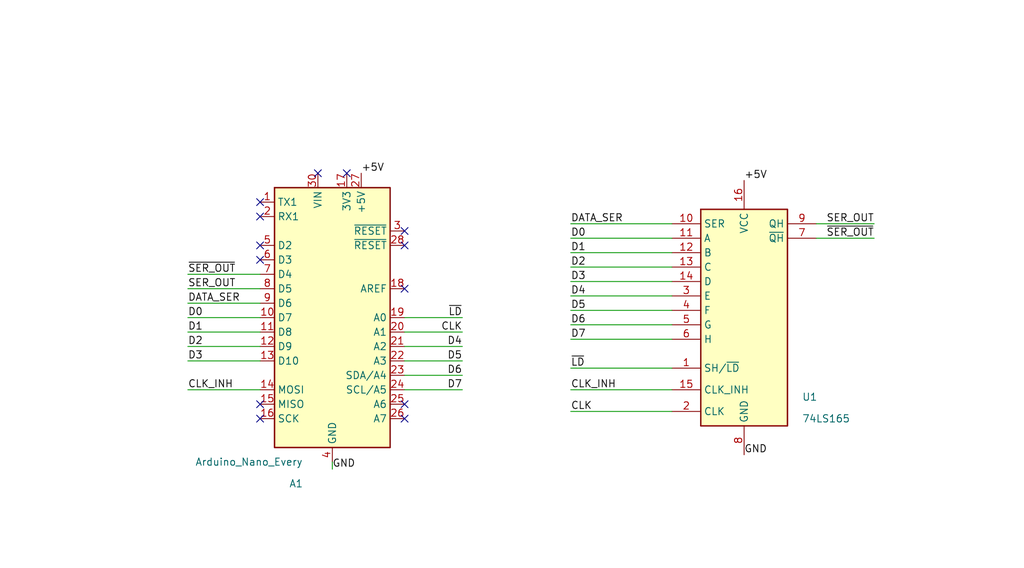
<source format=kicad_sch>
(kicad_sch (version 20230121) (generator eeschema)
  (paper "User" 180.01 99.9998)
  (title_block (title "SPI transmit"))
  (lib_symbols
    (symbol "74LS165:74LS165"
      (property "Reference" "U" (at -7.62 19.05 0))
      (property "Value" "74LS165" (at -7.62 -21.59 0))
      (symbol "74LS165_1_0"
        (pin input line (at -12.7 -10.16 0) (length 5.08) (name "SH/~{LD}") (number "1"))
        (pin input line (at -12.7 15.24 0) (length 5.08) (name "SER") (number "10"))
        (pin input line (at -12.7 12.7 0) (length 5.08) (name "A") (number "11"))
        (pin input line (at -12.7 10.16 0) (length 5.08) (name "B") (number "12"))
        (pin input line (at -12.7 7.62 0) (length 5.08) (name "C") (number "13"))
        (pin input line (at -12.7 5.08 0) (length 5.08) (name "D") (number "14"))
        (pin input line (at -12.7 -13.97 0) (length 5.08) (name "CLK_INH") (number "15"))
        (pin power_in line (at 0 22.86 270) (length 5.08) (name "VCC") (number "16"))
        (pin input line (at -12.7 -17.78 0) (length 5.08) (name "CLK") (number "2"))
        (pin input line (at -12.7 2.54 0) (length 5.08) (name "E") (number "3"))
        (pin input line (at -12.7 0 0) (length 5.08) (name "F") (number "4"))
        (pin input line (at -12.7 -2.54 0) (length 5.08) (name "G") (number "5"))
        (pin input line (at -12.7 -5.08 0) (length 5.08) (name "H") (number "6"))
        (pin output line (at 12.7 12.7 180) (length 5.08) (name "~{QH}") (number "7"))
        (pin power_in line (at 0 -25.4 90) (length 5.08) (name "GND") (number "8"))
        (pin output line (at 12.7 15.24 180) (length 5.08) (name "QH") (number "9"))
      )
      (symbol "74LS165_1_1"
        (rectangle (start -7.62 17.78) (end 7.62 -20.32) (stroke (width 0.254)) (fill (type background)))
      )
    )
    (symbol "MCU_Module:Arduino_Nano_Every"
      (property "Reference" "A" (at -10.16 23.495 0))
      (property "Value" "Arduino_Nano_Every" (at 5.08 -24.13 0))
      (symbol "Arduino_Nano_Every_0_1"
        (rectangle (start -10.16 22.86) (end 10.16 -22.86) (stroke (width 0.254)) (fill (type background)))
      )
      (symbol "Arduino_Nano_Every_1_1"
        (pin bidirectional line (at -12.7 20.32 0) (length 2.54) (name "TX1") (number "1"))
        (pin bidirectional line (at -12.7 0 0) (length 2.54) (name "D7") (number "10"))
        (pin bidirectional line (at -12.7 -2.54 0) (length 2.54) (name "D8") (number "11"))
        (pin bidirectional line (at -12.7 -5.08 0) (length 2.54) (name "D9") (number "12"))
        (pin bidirectional line (at -12.7 -7.62 0) (length 2.54) (name "D10") (number "13"))
        (pin bidirectional line (at -12.7 -12.7 0) (length 2.54) (name "MOSI") (number "14"))
        (pin bidirectional line (at -12.7 -15.24 0) (length 2.54) (name "MISO") (number "15"))
        (pin bidirectional line (at -12.7 -17.78 0) (length 2.54) (name "SCK") (number "16"))
        (pin power_out line (at 2.54 25.4 270) (length 2.54) (name "3V3") (number "17"))
        (pin input line (at 12.7 5.08 180) (length 2.54) (name "AREF") (number "18"))
        (pin bidirectional line (at 12.7 0 180) (length 2.54) (name "A0") (number "19"))
        (pin bidirectional line (at -12.7 17.78 0) (length 2.54) (name "RX1") (number "2"))
        (pin bidirectional line (at 12.7 -2.54 180) (length 2.54) (name "A1") (number "20"))
        (pin bidirectional line (at 12.7 -5.08 180) (length 2.54) (name "A2") (number "21"))
        (pin bidirectional line (at 12.7 -7.62 180) (length 2.54) (name "A3") (number "22"))
        (pin bidirectional line (at 12.7 -10.16 180) (length 2.54) (name "SDA/A4") (number "23"))
        (pin bidirectional line (at 12.7 -12.7 180) (length 2.54) (name "SCL/A5") (number "24"))
        (pin bidirectional line (at 12.7 -15.24 180) (length 2.54) (name "A6") (number "25"))
        (pin bidirectional line (at 12.7 -17.78 180) (length 2.54) (name "A7") (number "26"))
        (pin power_out line (at 5.08 25.4 270) (length 2.54) (name "+5V") (number "27"))
        (pin input line (at 12.7 12.7 180) (length 2.54) (name "~{RESET}") (number "28"))
        (pin passive line (at 0 -25.4 90) (length 2.54) hide (name "GND") (number "29"))
        (pin input line (at 12.7 15.24 180) (length 2.54) (name "~{RESET}") (number "3"))
        (pin power_in line (at -2.54 25.4 270) (length 2.54) (name "VIN") (number "30"))
        (pin power_in line (at 0 -25.4 90) (length 2.54) (name "GND") (number "4"))
        (pin bidirectional line (at -12.7 12.7 0) (length 2.54) (name "D2") (number "5"))
        (pin bidirectional line (at -12.7 10.16 0) (length 2.54) (name "D3") (number "6"))
        (pin bidirectional line (at -12.7 7.62 0) (length 2.54) (name "D4") (number "7"))
        (pin bidirectional line (at -12.7 5.08 0) (length 2.54) (name "D5") (number "8"))
        (pin bidirectional line (at -12.7 2.54 0) (length 2.54) (name "D6") (number "9"))
      )
    )
  )
  (no_connect (at 71.12 73.66))
  (no_connect (at 71.12 43.18))
  (no_connect (at 45.72 35.56))
  (no_connect (at 45.72 73.66))
  (no_connect (at 71.12 40.64))
  (no_connect (at 45.72 38.1))
  (no_connect (at 45.72 71.12))
  (no_connect (at 60.96 30.48))
  (no_connect (at 71.12 50.8))
  (no_connect (at 45.72 45.72))
  (no_connect (at 45.72 43.18))
  (no_connect (at 55.88 30.48))
  (no_connect (at 71.12 71.12))
  (wire (pts (xy 45.72 63.5) (xy 33.02 63.5)))
  (wire (pts (xy 100.33 41.91) (xy 118.11 41.91)))
  (wire (pts (xy 71.12 66.04) (xy 81.28 66.04)))
  (wire (pts (xy 153.67 39.37) (xy 143.51 39.37)))
  (wire (pts (xy 33.02 68.58) (xy 45.72 68.58)))
  (wire (pts (xy 100.33 72.39) (xy 118.11 72.39)))
  (wire (pts (xy 100.33 49.53) (xy 118.11 49.53)))
  (wire (pts (xy 143.51 41.91) (xy 153.67 41.91)))
  (wire (pts (xy 100.33 64.77) (xy 118.11 64.77)))
  (wire (pts (xy 33.02 50.8) (xy 45.72 50.8)))
  (wire (pts (xy 58.42 82.55) (xy 58.42 81.28)))
  (wire (pts (xy 100.33 39.37) (xy 118.11 39.37)))
  (wire (pts (xy 45.72 53.34) (xy 33.02 53.34)))
  (wire (pts (xy 100.33 46.99) (xy 118.11 46.99)))
  (wire (pts (xy 100.33 68.58) (xy 118.11 68.58)))
  (wire (pts (xy 45.72 48.26) (xy 33.02 48.26)))
  (wire (pts (xy 71.12 55.88) (xy 81.28 55.88)))
  (wire (pts (xy 71.12 58.42) (xy 81.28 58.42)))
  (wire (pts (xy 100.33 44.45) (xy 118.11 44.45)))
  (wire (pts (xy 45.72 60.96) (xy 33.02 60.96)))
  (wire (pts (xy 100.33 52.07) (xy 118.11 52.07)))
  (wire (pts (xy 71.12 68.58) (xy 81.28 68.58)))
  (wire (pts (xy 100.33 59.69) (xy 118.11 59.69)))
  (wire (pts (xy 45.72 58.42) (xy 33.02 58.42)))
  (wire (pts (xy 100.33 54.61) (xy 118.11 54.61)))
  (wire (pts (xy 71.12 63.5) (xy 81.28 63.5)))
  (wire (pts (xy 45.72 55.88) (xy 33.02 55.88)))
  (wire (pts (xy 71.12 60.96) (xy 81.28 60.96)))
  (wire (pts (xy 100.33 57.15) (xy 118.11 57.15)))
  (label "D1" (at 33.02 58.42 0))
  (label "D6" (at 81.28 66.04 180))
  (label "D4" (at 81.28 60.96 180))
  (label "CLK_INH" (at 33.02 68.58 0))
  (label "D3" (at 100.33 49.53 0))
  (label "D2" (at 100.33 46.99 0))
  (label "SER_OUT" (at 153.67 39.37 180))
  (label "+5V" (at 130.81 31.75 0))
  (label "CLK" (at 81.28 58.42 180))
  (label "D5" (at 81.28 63.5 180))
  (label "D5" (at 100.33 54.61 0))
  (label "~{SER_OUT}" (at 153.67 41.91 180))
  (label "D2" (at 33.02 60.96 0))
  (label "D4" (at 100.33 52.07 0))
  (label "~{SER_OUT}" (at 33.02 48.26 0))
  (label "CLK_INH" (at 100.33 68.58 0))
  (label "GND" (at 58.42 82.55 0))
  (label "D0" (at 33.02 55.88 0))
  (label "~{LD}" (at 81.28 55.88 180))
  (label "GND" (at 130.81 80.01 0))
  (label "DATA_SER" (at 100.33 39.37 0))
  (label "~{LD}" (at 100.33 64.77 0))
  (label "+5V" (at 63.5 30.48 0))
  (label "D7" (at 100.33 59.69 0))
  (label "D1" (at 100.33 44.45 0))
  (label "SER_OUT" (at 33.02 50.8 0))
  (label "D3" (at 33.02 63.5 0))
  (label "D6" (at 100.33 57.15 0))
  (label "D7" (at 81.28 68.58 180))
  (label "DATA_SER" (at 33.02 53.34 0))
  (label "CLK" (at 100.33 72.39 0))
  (label "D0" (at 100.33 41.91 0))
  (symbol (lib_id "MCU_Module:Arduino_Nano_Every") (at 58.42 55.88 0) (unit 1)
    (property "Reference" "A1" (at 50.8 85.09 0) (effects (justify left)))
    (property "Value" "Arduino_Nano_Every" (at 34.29 81.28 0) (effects (justify left)))
    (property "Footprint" "Module:Arduino_Nano" (effects hide))
    (property "Datasheet" "https://content.arduino.cc/assets/NANOEveryV3.0_sch.pdf" (effects hide))
  )
  (symbol (lib_id "74LS165:74LS165") (at 130.81 54.61 0) (unit 1)
    (property "Reference" "U1" (at 140.97 69.85 0) (effects (justify left)))
    (property "Value" "74LS165" (at 140.97 73.66 0) (effects (justify left)))
    (property "Datasheet" "https://www.ti.com/lit/ds/symlink/sn74ls165a.pdf" (effects hide))
  )
)
</source>
